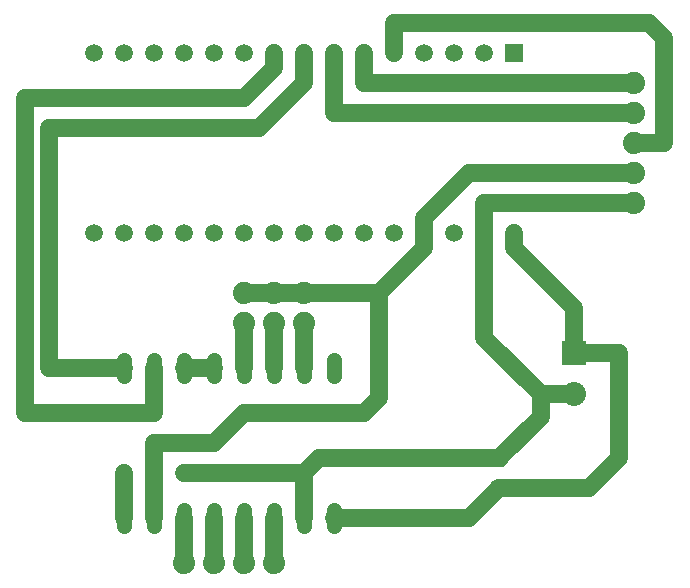
<source format=gbr>
G04 EAGLE Gerber RS-274X export*
G75*
%MOMM*%
%FSLAX34Y34*%
%LPD*%
%INBottom Copper*%
%IPPOS*%
%AMOC8*
5,1,8,0,0,1.08239X$1,22.5*%
G01*
%ADD10R,1.508000X1.508000*%
%ADD11C,1.508000*%
%ADD12C,1.308000*%
%ADD13P,1.732040X8X112.500000*%
%ADD14C,1.600200*%
%ADD15R,2.032000X2.032000*%
%ADD16C,2.032000*%
%ADD17C,1.879600*%
%ADD18C,1.524000*%
%ADD19C,0.756400*%


D10*
X431800Y457200D03*
D11*
X406400Y457200D03*
X381000Y457200D03*
X355600Y457200D03*
X330200Y457200D03*
X304800Y457200D03*
X279400Y457200D03*
X254000Y457200D03*
X228600Y457200D03*
X203200Y457200D03*
X177800Y457200D03*
X152400Y457200D03*
X431800Y304800D03*
X406400Y304800D03*
X381000Y304800D03*
X355600Y304800D03*
X330200Y304800D03*
X304800Y304800D03*
X254000Y304800D03*
X228600Y304800D03*
X177800Y304800D03*
X152400Y304800D03*
X203200Y304800D03*
X279400Y304800D03*
X127000Y457200D03*
X101600Y457200D03*
X76200Y457200D03*
X127000Y304800D03*
X101600Y304800D03*
X76200Y304800D03*
D12*
X279400Y197040D02*
X279400Y183960D01*
X254000Y183960D02*
X254000Y197040D01*
X228600Y197040D02*
X228600Y183960D01*
X203200Y183960D02*
X203200Y197040D01*
X177800Y197040D02*
X177800Y183960D01*
X152400Y183960D02*
X152400Y197040D01*
X127000Y197040D02*
X127000Y183960D01*
X101600Y183960D02*
X101600Y197040D01*
X101600Y70040D02*
X101600Y56960D01*
X127000Y56960D02*
X127000Y70040D01*
X152400Y70040D02*
X152400Y56960D01*
X177800Y56960D02*
X177800Y70040D01*
X203200Y70040D02*
X203200Y56960D01*
X228600Y56960D02*
X228600Y70040D01*
X254000Y70040D02*
X254000Y56960D01*
X279400Y56960D02*
X279400Y70040D01*
D13*
X419100Y114300D03*
D14*
X419100Y88900D03*
D15*
X482600Y203200D03*
D16*
X482600Y168200D03*
D17*
X228600Y25400D03*
X203200Y25400D03*
X177800Y25400D03*
X152400Y25400D03*
X254000Y254000D03*
X254000Y228600D03*
X228600Y254000D03*
X228600Y228600D03*
X203200Y254000D03*
X203200Y228600D03*
X533400Y431800D03*
X533400Y406400D03*
X533400Y381000D03*
X533400Y355600D03*
X533400Y330200D03*
D18*
X203200Y228600D02*
X203200Y190500D01*
X228600Y190500D02*
X228600Y228600D01*
X254000Y228600D02*
X254000Y190500D01*
X406400Y215900D02*
X406400Y304800D01*
X406400Y215900D02*
X454100Y168200D01*
X482600Y168200D01*
X454100Y149300D02*
X419100Y114300D01*
X454100Y149300D02*
X454100Y168200D01*
X254000Y101600D02*
X254000Y63500D01*
X254000Y101600D02*
X266700Y114300D01*
X419100Y114300D01*
X406400Y304800D02*
X406400Y330200D01*
X101600Y101600D02*
X101600Y63500D01*
D19*
X101600Y101600D03*
X152400Y101600D03*
X152400Y101600D03*
D18*
X254000Y101600D01*
X406400Y330200D02*
X508000Y330200D01*
X533400Y330200D01*
X228600Y254000D02*
X203200Y254000D01*
X228600Y254000D02*
X254000Y254000D01*
X317500Y254000D01*
X355600Y292100D01*
X355600Y304800D01*
X317500Y254000D02*
X317500Y165100D01*
X304800Y152400D01*
X203200Y152400D01*
X355600Y304800D02*
X355600Y317500D01*
X393700Y355600D01*
X533400Y355600D01*
X203200Y152400D02*
X177800Y127000D01*
X127000Y127000D02*
X127000Y63500D01*
X127000Y127000D02*
X177800Y127000D01*
X177800Y190500D02*
X152400Y190500D01*
X228600Y444500D02*
X228600Y457200D01*
X203200Y419100D02*
X17780Y419100D01*
X17780Y152400D01*
X127000Y152400D01*
X127000Y190500D01*
X203200Y419100D02*
X228600Y444500D01*
X254000Y431800D02*
X215900Y393700D01*
X38100Y393700D01*
X38100Y190500D01*
X101600Y190500D01*
X254000Y431800D02*
X254000Y457200D01*
X482600Y241300D02*
X482600Y203200D01*
X482600Y241300D02*
X431800Y292100D01*
X431800Y304800D01*
X482600Y203200D02*
X520700Y203200D01*
X520700Y114300D02*
X495300Y88900D01*
X419100Y88900D01*
X520700Y114300D02*
X520700Y203200D01*
X419100Y88900D02*
X393700Y63500D01*
X279400Y63500D01*
X228600Y63500D02*
X228600Y25400D01*
X203200Y25400D02*
X203200Y63500D01*
X177800Y63500D02*
X177800Y25400D01*
X152400Y25400D02*
X152400Y63500D01*
X304800Y431800D02*
X533400Y431800D01*
X304800Y431800D02*
X304800Y457200D01*
X279400Y406400D02*
X533400Y406400D01*
X279400Y406400D02*
X279400Y457200D01*
X330200Y457200D02*
X330200Y482600D01*
X546100Y482600D01*
X558800Y469900D01*
X558800Y381000D01*
X533400Y381000D01*
M02*

</source>
